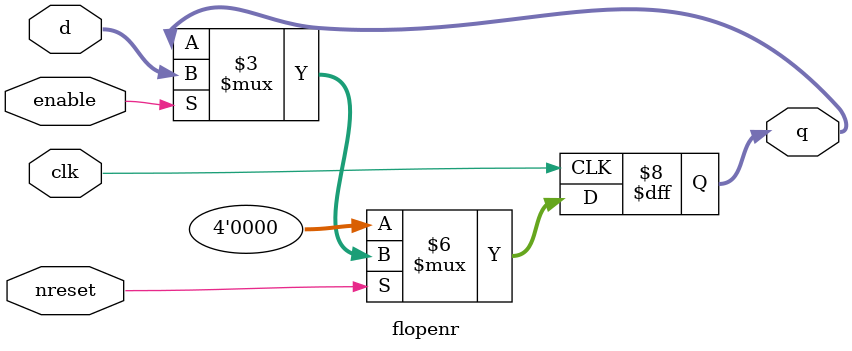
<source format=sv>
module flopenr #(
    parameter BITS = 'd4
) (
    input logic clk,
    nreset,
    enable,
    input logic [BITS-1:0] d,
    output logic [BITS-1:0] q
);

  always_ff @(posedge clk) begin
    if (~nreset) begin
      q <= '0;
    end else if (enable) begin
      q <= d;
    end
  end

endmodule

</source>
